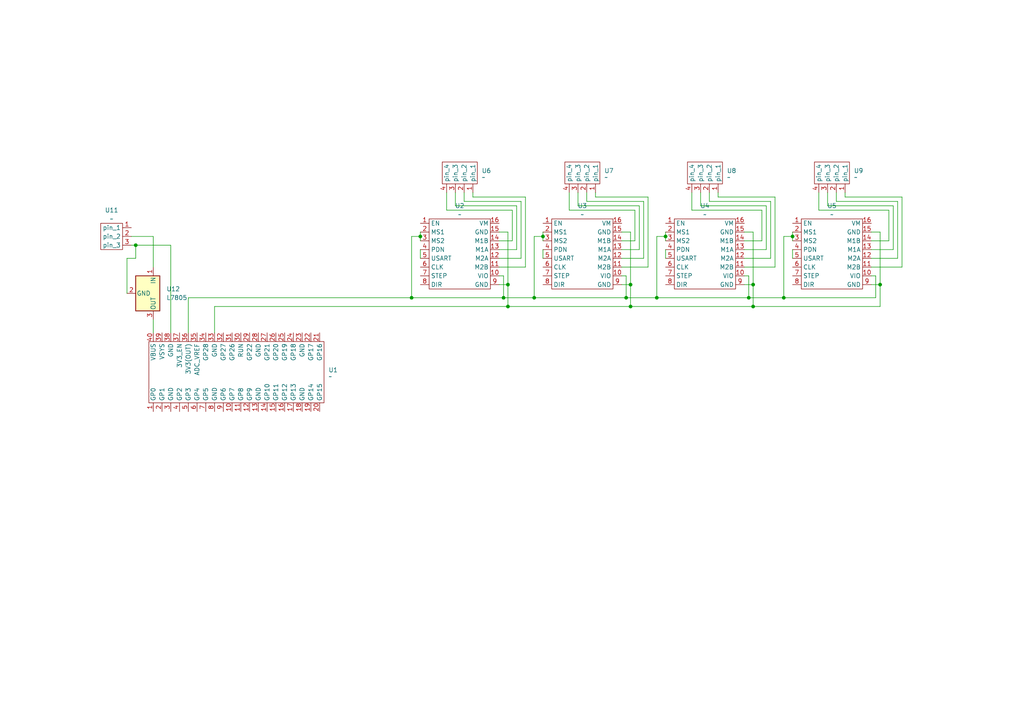
<source format=kicad_sch>
(kicad_sch (version 20250114) (generator "eeschema") (generator_version "9.0")
  (paper "A4")
  (lib_symbols
    (symbol "GPIO:3_pin"
      (property "Reference" "U" (at 0 8.128 0))
      (symbol "3_pin_0_1"
        (rectangle (start -3.81 0) (end 3.81 -6.35))
      )
      (symbol "3_pin_1_1"
        (pin input line (at -2.54 2.54 270) (length 2.54) (name "pin_1") (number "1"))
        (pin input line (at 0 2.54 270) (length 2.54) (name "pin_2") (number "2"))
        (pin input line (at 2.54 2.54 270) (length 2.54) (name "pin_3") (number "3"))
      )
    )
    (symbol "GPIO:4_pin"
      (property "Reference" "U" (at 0 10.16 0))
      (symbol "4_pin_0_1"
        (rectangle (start -5.08 0) (end 5.08 -6.35))
      )
      (symbol "4_pin_1_1"
        (pin passive line (at -3.81 2.54 270) (length 2.54) (name "pin_1") (number "1"))
        (pin passive line (at -1.27 2.54 270) (length 2.54) (name "pin_2") (number "2"))
        (pin passive line (at 1.27 2.54 270) (length 2.54) (name "pin_3") (number "3"))
        (pin passive line (at 3.81 2.54 270) (length 2.54) (name "pin_4") (number "4"))
      )
    )
    (symbol "Regulator_Linear:L7805" (pin_names (offset 0.254))
      (property "Reference" "U" (at -3.81 3.175 0))
      (property "Value" "L7805" (at 0 3.175 0))
      (symbol "L7805_0_1"
        (rectangle (start -5.08 1.905) (end 5.08 -5.08) (stroke (width 0.254)) (fill (type background)))
      )
      (symbol "L7805_1_1"
        (pin power_in line (at -7.62 0 0) (length 2.54) (name "IN") (number "1"))
        (pin power_in line (at 0 -7.62 90) (length 2.54) (name "GND") (number "2"))
        (pin power_out line (at 7.62 0 180) (length 2.54) (name "OUT") (number "3"))
      )
    )
    (symbol "Spooky-1-Symbols:TMC2209"
      (property "Reference" "U" (at 0 0 0))
      (symbol "TMC2209_0_1"
        (rectangle (start -8.89 10.16) (end 8.89 -10.16))
      )
      (symbol "TMC2209_1_1"
        (pin passive line (at -11.43 8.89 0) (length 2.54) (name "EN") (number "1"))
        (pin passive line (at -11.43 6.35 0) (length 2.54) (name "MS1") (number "2"))
        (pin passive line (at -11.43 3.81 0) (length 2.54) (name "MS2") (number "3"))
        (pin passive line (at -11.43 1.27 0) (length 2.54) (name "PDN") (number "4"))
        (pin passive line (at -11.43 -1.27 0) (length 2.54) (name "USART") (number "5"))
        (pin passive line (at -11.43 -3.81 0) (length 2.54) (name "CLK") (number "6"))
        (pin passive line (at -11.43 -6.35 0) (length 2.54) (name "STEP") (number "7"))
        (pin passive line (at -11.43 -8.89 0) (length 2.54) (name "DIR") (number "8"))
        (pin passive line (at 11.43 8.89 180) (length 2.54) (name "VM") (number "16"))
        (pin passive line (at 11.43 6.35 180) (length 2.54) (name "GND") (number "15"))
        (pin passive line (at 11.43 3.81 180) (length 2.54) (name "M1B") (number "14"))
        (pin passive line (at 11.43 1.27 180) (length 2.54) (name "M1A") (number "13"))
        (pin passive line (at 11.43 -1.27 180) (length 2.54) (name "M2A") (number "12"))
        (pin passive line (at 11.43 -3.81 180) (length 2.54) (name "M2B") (number "11"))
        (pin passive line (at 11.43 -6.35 180) (length 2.54) (name "VIO") (number "10"))
        (pin passive line (at 11.43 -8.89 180) (length 2.54) (name "GND") (number "9"))
      )
    )
    (symbol "Spooky-1-Symbols:pico"
      (property "Reference" "U" (at 0 5.08 0))
      (symbol "pico_0_1"
        (rectangle (start -8.89 25.4) (end 8.89 -25.4))
      )
      (symbol "pico_1_1"
        (pin input line (at -11.43 24.13 0) (length 2.54) (name "GP0") (number "1"))
        (pin input line (at -11.43 21.59 0) (length 2.54) (name "GP1") (number "2"))
        (pin input line (at -11.43 19.05 0) (length 2.54) (name "GND") (number "3"))
        (pin input line (at -11.43 16.51 0) (length 2.54) (name "GP2") (number "4"))
        (pin input line (at -11.43 13.97 0) (length 2.54) (name "GP3") (number "5"))
        (pin input line (at -11.43 11.43 0) (length 2.54) (name "GP4") (number "6"))
        (pin input line (at -11.43 8.89 0) (length 2.54) (name "GP5") (number "7"))
        (pin input line (at -11.43 6.35 0) (length 2.54) (name "GND") (number "8"))
        (pin input line (at -11.43 3.81 0) (length 2.54) (name "GP6") (number "9"))
        (pin input line (at -11.43 1.27 0) (length 2.54) (name "GP7") (number "10"))
        (pin input line (at -11.43 -1.27 0) (length 2.54) (name "GP8") (number "11"))
        (pin input line (at -11.43 -3.81 0) (length 2.54) (name "GP9") (number "12"))
        (pin input line (at -11.43 -6.35 0) (length 2.54) (name "GND") (number "13"))
        (pin input line (at -11.43 -8.89 0) (length 2.54) (name "GP10") (number "14"))
        (pin input line (at -11.43 -11.43 0) (length 2.54) (name "GP11") (number "15"))
        (pin input line (at -11.43 -13.97 0) (length 2.54) (name "GP12") (number "16"))
        (pin input line (at -11.43 -16.51 0) (length 2.54) (name "GP13") (number "17"))
        (pin input line (at -11.43 -19.05 0) (length 2.54) (name "GND") (number "18"))
        (pin input line (at -11.43 -21.59 0) (length 2.54) (name "GP14") (number "19"))
        (pin input line (at -11.43 -24.13 0) (length 2.54) (name "GP15") (number "20"))
        (pin input line (at 11.43 24.13 180) (length 2.54) (name "VBUS") (number "40"))
        (pin input line (at 11.43 21.59 180) (length 2.54) (name "VSYS") (number "39"))
        (pin input line (at 11.43 19.05 180) (length 2.54) (name "GND") (number "38"))
        (pin input line (at 11.43 16.51 180) (length 2.54) (name "3V3_EN") (number "37"))
        (pin input line (at 11.43 13.97 180) (length 2.54) (name "3V3(OUT)") (number "36"))
        (pin input line (at 11.43 11.43 180) (length 2.54) (name "ADC_VREF") (number "35"))
        (pin input line (at 11.43 8.89 180) (length 2.54) (name "GP28") (number "34"))
        (pin input line (at 11.43 6.35 180) (length 2.54) (name "GND") (number "33"))
        (pin input line (at 11.43 3.81 180) (length 2.54) (name "GP27") (number "32"))
        (pin input line (at 11.43 1.27 180) (length 2.54) (name "GP26") (number "31"))
        (pin input line (at 11.43 -1.27 180) (length 2.54) (name "RUN") (number "30"))
        (pin input line (at 11.43 -3.81 180) (length 2.54) (name "GP22") (number "29"))
        (pin input line (at 11.43 -6.35 180) (length 2.54) (name "GND") (number "28"))
        (pin input line (at 11.43 -8.89 180) (length 2.54) (name "GP21") (number "27"))
        (pin input line (at 11.43 -11.43 180) (length 2.54) (name "GP20") (number "26"))
        (pin input line (at 11.43 -13.97 180) (length 2.54) (name "GP19") (number "25"))
        (pin input line (at 11.43 -16.51 180) (length 2.54) (name "GP18") (number "24"))
        (pin input line (at 11.43 -19.05 180) (length 2.54) (name "GND") (number "23"))
        (pin input line (at 11.43 -21.59 180) (length 2.54) (name "GP17") (number "22"))
        (pin input line (at 11.43 -24.13 180) (length 2.54) (name "GP16") (number "21"))
      )
    )
  )
  (junction (at 154.94 86.36))
  (junction (at 217.17 86.36))
  (junction (at 157.48 68.58))
  (junction (at 218.44 88.9))
  (junction (at 255.27 82.55))
  (junction (at 190.5 86.36))
  (junction (at 119.38 86.36))
  (junction (at 147.32 82.55))
  (junction (at 193.04 68.58))
  (junction (at 121.92 68.58))
  (junction (at 147.32 88.9))
  (junction (at 229.87 68.58))
  (junction (at 39.37 71.12))
  (junction (at 227.33 86.36))
  (junction (at 182.88 82.55))
  (junction (at 146.05 86.36))
  (junction (at 218.44 82.55))
  (junction (at 181.61 86.36))
  (junction (at 182.88 88.9))
  (wire (pts (xy 44.45 92.71) (xy 44.45 96.52)))
  (wire (pts (xy 186.69 74.93) (xy 186.69 58.42)))
  (wire (pts (xy 151.13 74.93) (xy 151.13 58.42)))
  (wire (pts (xy 261.62 57.15) (xy 245.11 57.15)))
  (wire (pts (xy 54.61 86.36) (xy 119.38 86.36)))
  (wire (pts (xy 181.61 86.36) (xy 190.5 86.36)))
  (wire (pts (xy 121.92 72.39) (xy 121.92 74.93)))
  (wire (pts (xy 252.73 74.93) (xy 260.35 74.93)))
  (wire (pts (xy 252.73 72.39) (xy 259.08 72.39)))
  (wire (pts (xy 144.78 67.31) (xy 147.32 67.31)))
  (wire (pts (xy 215.9 77.47) (xy 224.79 77.47)))
  (wire (pts (xy 147.32 67.31) (xy 147.32 82.55)))
  (wire (pts (xy 218.44 82.55) (xy 218.44 88.9)))
  (wire (pts (xy 260.35 74.93) (xy 260.35 58.42)))
  (wire (pts (xy 119.38 86.36) (xy 146.05 86.36)))
  (wire (pts (xy 184.15 60.96) (xy 165.1 60.96)))
  (wire (pts (xy 137.16 57.15) (xy 137.16 55.88)))
  (wire (pts (xy 54.61 86.36) (xy 54.61 96.52)))
  (wire (pts (xy 193.04 68.58) (xy 190.5 68.58)))
  (wire (pts (xy 62.23 88.9) (xy 62.23 96.52)))
  (wire (pts (xy 193.04 72.39) (xy 193.04 74.93)))
  (wire (pts (xy 229.87 72.39) (xy 229.87 74.93)))
  (wire (pts (xy 185.42 72.39) (xy 185.42 59.69)))
  (wire (pts (xy 182.88 88.9) (xy 147.32 88.9)))
  (wire (pts (xy 154.94 68.58) (xy 154.94 86.36)))
  (wire (pts (xy 240.03 59.69) (xy 240.03 55.88)))
  (wire (pts (xy 132.08 59.69) (xy 132.08 55.88)))
  (wire (pts (xy 148.59 60.96) (xy 129.54 60.96)))
  (wire (pts (xy 237.49 60.96) (xy 237.49 55.88)))
  (wire (pts (xy 255.27 82.55) (xy 255.27 88.9)))
  (wire (pts (xy 252.73 69.85) (xy 257.81 69.85)))
  (wire (pts (xy 260.35 58.42) (xy 242.57 58.42)))
  (wire (pts (xy 154.94 86.36) (xy 181.61 86.36)))
  (wire (pts (xy 157.48 67.31) (xy 157.48 68.58)))
  (wire (pts (xy 205.74 58.42) (xy 205.74 55.88)))
  (wire (pts (xy 144.78 72.39) (xy 149.86 72.39)))
  (wire (pts (xy 215.9 72.39) (xy 222.25 72.39)))
  (wire (pts (xy 144.78 74.93) (xy 151.13 74.93)))
  (wire (pts (xy 149.86 59.69) (xy 132.08 59.69)))
  (wire (pts (xy 121.92 68.58) (xy 119.38 68.58)))
  (wire (pts (xy 172.72 57.15) (xy 187.96 57.15)))
  (wire (pts (xy 148.59 69.85) (xy 148.59 60.96)))
  (wire (pts (xy 39.37 71.12) (xy 39.37 74.93)))
  (wire (pts (xy 167.64 59.69) (xy 167.64 55.88)))
  (wire (pts (xy 257.81 69.85) (xy 257.81 60.96)))
  (wire (pts (xy 157.48 72.39) (xy 157.48 74.93)))
  (wire (pts (xy 121.92 67.31) (xy 121.92 68.58)))
  (wire (pts (xy 144.78 69.85) (xy 148.59 69.85)))
  (wire (pts (xy 36.83 74.93) (xy 39.37 74.93)))
  (wire (pts (xy 36.83 74.93) (xy 36.83 85.09)))
  (wire (pts (xy 187.96 77.47) (xy 187.96 57.15)))
  (wire (pts (xy 193.04 67.31) (xy 193.04 68.58)))
  (wire (pts (xy 229.87 67.31) (xy 229.87 68.58)))
  (wire (pts (xy 121.92 68.58) (xy 121.92 69.85)))
  (wire (pts (xy 254 80.01) (xy 254 86.36)))
  (wire (pts (xy 147.32 88.9) (xy 62.23 88.9)))
  (wire (pts (xy 146.05 86.36) (xy 154.94 86.36)))
  (wire (pts (xy 252.73 82.55) (xy 255.27 82.55)))
  (wire (pts (xy 220.98 60.96) (xy 200.66 60.96)))
  (wire (pts (xy 215.9 82.55) (xy 218.44 82.55)))
  (wire (pts (xy 215.9 80.01) (xy 217.17 80.01)))
  (wire (pts (xy 215.9 67.31) (xy 218.44 67.31)))
  (wire (pts (xy 137.16 57.15) (xy 152.4 57.15)))
  (wire (pts (xy 39.37 71.12) (xy 38.1 71.12)))
  (wire (pts (xy 185.42 59.69) (xy 167.64 59.69)))
  (wire (pts (xy 261.62 77.47) (xy 261.62 57.15)))
  (wire (pts (xy 242.57 58.42) (xy 242.57 55.88)))
  (wire (pts (xy 229.87 68.58) (xy 229.87 69.85)))
  (wire (pts (xy 172.72 57.15) (xy 172.72 55.88)))
  (wire (pts (xy 134.62 58.42) (xy 134.62 55.88)))
  (wire (pts (xy 182.88 67.31) (xy 182.88 82.55)))
  (wire (pts (xy 252.73 80.01) (xy 254 80.01)))
  (wire (pts (xy 245.11 57.15) (xy 245.11 55.88)))
  (wire (pts (xy 215.9 69.85) (xy 220.98 69.85)))
  (wire (pts (xy 200.66 60.96) (xy 200.66 55.88)))
  (wire (pts (xy 180.34 77.47) (xy 187.96 77.47)))
  (wire (pts (xy 259.08 59.69) (xy 240.03 59.69)))
  (wire (pts (xy 165.1 60.96) (xy 165.1 55.88)))
  (wire (pts (xy 49.53 71.12) (xy 49.53 96.52)))
  (wire (pts (xy 152.4 77.47) (xy 152.4 57.15)))
  (wire (pts (xy 180.34 67.31) (xy 182.88 67.31)))
  (wire (pts (xy 186.69 58.42) (xy 170.18 58.42)))
  (wire (pts (xy 208.28 57.15) (xy 208.28 55.88)))
  (wire (pts (xy 180.34 80.01) (xy 181.61 80.01)))
  (wire (pts (xy 157.48 68.58) (xy 157.48 69.85)))
  (wire (pts (xy 144.78 82.55) (xy 147.32 82.55)))
  (wire (pts (xy 184.15 69.85) (xy 184.15 60.96)))
  (wire (pts (xy 49.53 71.12) (xy 39.37 71.12)))
  (wire (pts (xy 154.94 68.58) (xy 157.48 68.58)))
  (wire (pts (xy 129.54 60.96) (xy 129.54 55.88)))
  (wire (pts (xy 44.45 68.58) (xy 38.1 68.58)))
  (wire (pts (xy 180.34 69.85) (xy 184.15 69.85)))
  (wire (pts (xy 44.45 77.47) (xy 44.45 68.58)))
  (wire (pts (xy 255.27 67.31) (xy 255.27 82.55)))
  (wire (pts (xy 180.34 72.39) (xy 185.42 72.39)))
  (wire (pts (xy 223.52 74.93) (xy 223.52 58.42)))
  (wire (pts (xy 217.17 80.01) (xy 217.17 86.36)))
  (wire (pts (xy 181.61 80.01) (xy 181.61 86.36)))
  (wire (pts (xy 222.25 72.39) (xy 222.25 59.69)))
  (wire (pts (xy 119.38 68.58) (xy 119.38 86.36)))
  (wire (pts (xy 170.18 58.42) (xy 170.18 55.88)))
  (wire (pts (xy 151.13 58.42) (xy 134.62 58.42)))
  (wire (pts (xy 218.44 67.31) (xy 218.44 82.55)))
  (wire (pts (xy 190.5 86.36) (xy 217.17 86.36)))
  (wire (pts (xy 229.87 68.58) (xy 227.33 68.58)))
  (wire (pts (xy 257.81 60.96) (xy 237.49 60.96)))
  (wire (pts (xy 252.73 67.31) (xy 255.27 67.31)))
  (wire (pts (xy 259.08 72.39) (xy 259.08 59.69)))
  (wire (pts (xy 149.86 72.39) (xy 149.86 59.69)))
  (wire (pts (xy 215.9 74.93) (xy 223.52 74.93)))
  (wire (pts (xy 223.52 58.42) (xy 205.74 58.42)))
  (wire (pts (xy 254 86.36) (xy 227.33 86.36)))
  (wire (pts (xy 227.33 68.58) (xy 227.33 86.36)))
  (wire (pts (xy 218.44 88.9) (xy 182.88 88.9)))
  (wire (pts (xy 217.17 86.36) (xy 227.33 86.36)))
  (wire (pts (xy 218.44 88.9) (xy 255.27 88.9)))
  (wire (pts (xy 203.2 59.69) (xy 203.2 55.88)))
  (wire (pts (xy 180.34 82.55) (xy 182.88 82.55)))
  (wire (pts (xy 222.25 59.69) (xy 203.2 59.69)))
  (wire (pts (xy 220.98 69.85) (xy 220.98 60.96)))
  (wire (pts (xy 144.78 80.01) (xy 146.05 80.01)))
  (wire (pts (xy 180.34 74.93) (xy 186.69 74.93)))
  (wire (pts (xy 182.88 82.55) (xy 182.88 88.9)))
  (wire (pts (xy 224.79 57.15) (xy 208.28 57.15)))
  (wire (pts (xy 144.78 77.47) (xy 152.4 77.47)))
  (wire (pts (xy 147.32 82.55) (xy 147.32 88.9)))
  (wire (pts (xy 193.04 68.58) (xy 193.04 69.85)))
  (wire (pts (xy 146.05 80.01) (xy 146.05 86.36)))
  (wire (pts (xy 190.5 68.58) (xy 190.5 86.36)))
  (wire (pts (xy 252.73 77.47) (xy 261.62 77.47)))
  (wire (pts (xy 224.79 77.47) (xy 224.79 57.15)))
  (symbol (lib_id "Spooky-1-Symbols:pico") (at 68.58 107.95 90) (unit 1)
    (property "Reference" "U1" (at 95.25 107.3149 90) (effects (justify right)))
    (property "Value" "~" (at 95.25 109.22 90) (effects (justify right)))
  )
  (symbol (lib_id "Spooky-1-Symbols:TMC2209") (at 204.47 73.66 0) (unit 1)
    (property "Reference" "U4" (at 204.47 59.69 0))
    (property "Value" "~" (at 204.47 62.23 0))
  )
  (symbol (lib_id "GPIO:4_pin") (at 204.47 53.34 180) (unit 1)
    (property "Reference" "U8" (at 210.82 49.5299 0) (effects (justify right)))
    (property "Value" "~" (at 210.82 51.435 0) (effects (justify right)))
  )
  (symbol (lib_id "Spooky-1-Symbols:TMC2209") (at 241.3 73.66 0) (unit 1)
    (property "Reference" "U5" (at 241.3 59.69 0))
    (property "Value" "~" (at 241.3 62.23 0))
  )
  (symbol (lib_id "GPIO:4_pin") (at 241.3 53.34 180) (unit 1)
    (property "Reference" "U9" (at 247.65 49.5299 0) (effects (justify right)))
    (property "Value" "~" (at 247.65 51.435 0) (effects (justify right)))
  )
  (symbol (lib_id "Spooky-1-Symbols:TMC2209") (at 133.35 73.66 0) (unit 1)
    (property "Reference" "U2" (at 133.35 59.69 0))
    (property "Value" "~" (at 133.35 62.23 0))
  )
  (symbol (lib_id "GPIO:3_pin") (at 35.56 68.58 270) (unit 1)
    (property "Reference" "U11" (at 32.385 60.96 90))
    (property "Value" "~" (at 32.385 63.5 90))
  )
  (symbol (lib_id "GPIO:4_pin") (at 168.91 53.34 180) (unit 1)
    (property "Reference" "U7" (at 175.26 49.5299 0) (effects (justify right)))
    (property "Value" "~" (at 175.26 51.435 0) (effects (justify right)))
  )
  (symbol (lib_id "Regulator_Linear:L7805") (at 44.45 85.09 270) (unit 1)
    (property "Reference" "U12" (at 48.26 83.8199 90) (effects (justify left)))
    (property "Value" "L7805" (at 48.26 86.3599 90) (effects (justify left)))
    (property "Datasheet" "http://www.st.com/content/ccc/resource/technical/document/datasheet/41/4f/b3/b0/12/d4/47/88/CD00000444.pdf/files/CD00000444.pdf/jcr:content/translations/en.CD00000444.pdf" (effects (hide yes)))
    (property "Description" "Positive 1.5A 35V Linear Regulator, Fixed Output 5V, TO-220/TO-263/TO-252" (effects (hide yes)))
  )
  (symbol (lib_id "GPIO:4_pin") (at 133.35 53.34 180) (unit 1)
    (property "Reference" "U6" (at 139.7 49.5299 0) (effects (justify right)))
    (property "Value" "~" (at 139.7 51.435 0) (effects (justify right)))
  )
  (symbol (lib_id "Spooky-1-Symbols:TMC2209") (at 168.91 73.66 0) (unit 1)
    (property "Reference" "U3" (at 168.91 59.69 0))
    (property "Value" "~" (at 168.91 62.23 0))
  )
)
</source>
